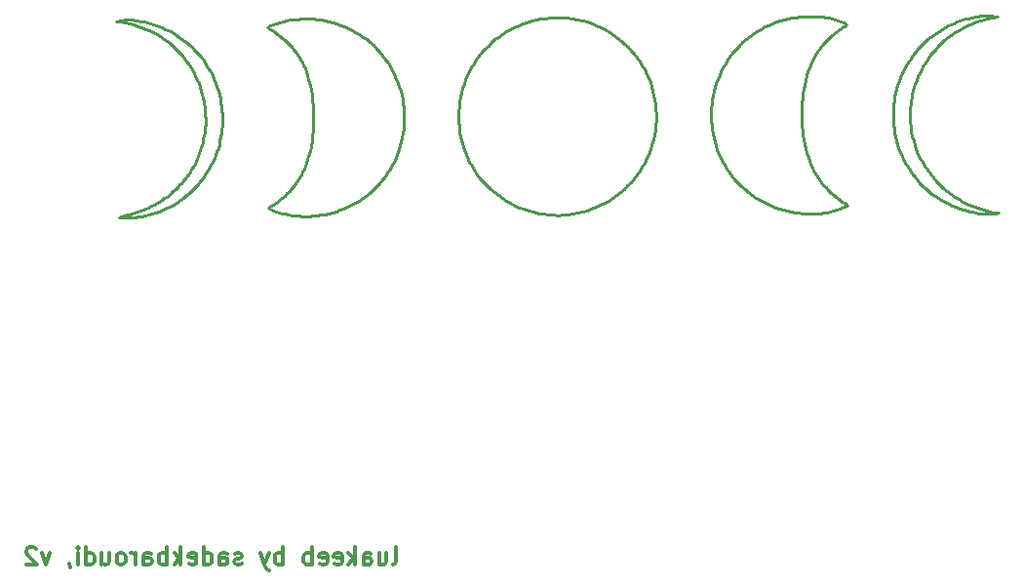
<source format=gbr>
%TF.GenerationSoftware,KiCad,Pcbnew,(5.1.10)-1*%
%TF.CreationDate,2021-12-10T08:58:01-08:00*%
%TF.ProjectId,5col-bottomplate,35636f6c-2d62-46f7-9474-6f6d706c6174,rev?*%
%TF.SameCoordinates,Original*%
%TF.FileFunction,Legend,Bot*%
%TF.FilePolarity,Positive*%
%FSLAX46Y46*%
G04 Gerber Fmt 4.6, Leading zero omitted, Abs format (unit mm)*
G04 Created by KiCad (PCBNEW (5.1.10)-1) date 2021-12-10 08:58:01*
%MOMM*%
%LPD*%
G01*
G04 APERTURE LIST*
%ADD10C,0.250000*%
%ADD11C,0.300000*%
G04 APERTURE END LIST*
D10*
X130549780Y-73031737D02*
X130746257Y-72776509D01*
X130746257Y-72776509D02*
X130950818Y-72531686D01*
X130950818Y-72531686D02*
X131162863Y-72297206D01*
X131162863Y-72297206D02*
X131381796Y-72073010D01*
X131381796Y-72073010D02*
X131607017Y-71859035D01*
X131607017Y-71859035D02*
X131837928Y-71655222D01*
X131837928Y-71655222D02*
X132073930Y-71461510D01*
X132073930Y-71461510D02*
X132314426Y-71277838D01*
X132314426Y-71277838D02*
X132558817Y-71104147D01*
X132558817Y-71104147D02*
X132806505Y-70940375D01*
X132806505Y-70940375D02*
X133056892Y-70786462D01*
X133056892Y-70786462D02*
X133309378Y-70642348D01*
X133309378Y-70642348D02*
X133563367Y-70507971D01*
X133563367Y-70507971D02*
X133818259Y-70383271D01*
X133818259Y-70383271D02*
X134073456Y-70268188D01*
X134073456Y-70268188D02*
X134328360Y-70162661D01*
X134328360Y-70162661D02*
X134582373Y-70066630D01*
X134582373Y-70066630D02*
X134834896Y-69980034D01*
X134834896Y-69980034D02*
X135085331Y-69902812D01*
X135085331Y-69902812D02*
X135333079Y-69834904D01*
X135333079Y-69834904D02*
X135577543Y-69776249D01*
X135577543Y-69776249D02*
X136054223Y-69686457D01*
X136054223Y-69686457D02*
X136510585Y-69632952D01*
X136510585Y-69632952D02*
X136941842Y-69615249D01*
X136941842Y-69615249D02*
X137343207Y-69632863D01*
X137343207Y-69632863D02*
X137709894Y-69685311D01*
X137709894Y-69685311D02*
X137878738Y-69724446D01*
X69100301Y-78349862D02*
X69084006Y-78072188D01*
X69084006Y-78072188D02*
X69066523Y-77795345D01*
X69066523Y-77795345D02*
X69042869Y-77520163D01*
X69042869Y-77520163D02*
X69008058Y-77247474D01*
X69008058Y-77247474D02*
X68981238Y-77093091D01*
X124755405Y-70346216D02*
X124755405Y-70346216D01*
X67764155Y-83178508D02*
X67914727Y-82948987D01*
X67914727Y-82948987D02*
X68053904Y-82711869D01*
X68053904Y-82711869D02*
X68181688Y-82467156D01*
X68181688Y-82467156D02*
X68298076Y-82214845D01*
X68298076Y-82214845D02*
X68359468Y-82067258D01*
X61572905Y-87147258D02*
X61808775Y-87019379D01*
X61808775Y-87019379D02*
X62059958Y-86946811D01*
X62059958Y-86946811D02*
X62318975Y-86901306D01*
X62318975Y-86901306D02*
X62578347Y-86854614D01*
X62578347Y-86854614D02*
X62723843Y-86816529D01*
X62723843Y-86816529D02*
X62985775Y-86734025D01*
X62985775Y-86734025D02*
X63249014Y-86654607D01*
X63249014Y-86654607D02*
X63511065Y-86569966D01*
X63511065Y-86569966D02*
X63769438Y-86471795D01*
X63769438Y-86471795D02*
X63914468Y-86406425D01*
X121434884Y-81934966D02*
X121537778Y-82235590D01*
X121537778Y-82235590D02*
X121652803Y-82527358D01*
X121652803Y-82527358D02*
X121779688Y-82810407D01*
X121779688Y-82810407D02*
X121918162Y-83084870D01*
X121918162Y-83084870D02*
X122067952Y-83350884D01*
X122067952Y-83350884D02*
X122228789Y-83608585D01*
X122228789Y-83608585D02*
X122400400Y-83858108D01*
X122400400Y-83858108D02*
X122582514Y-84099589D01*
X122582514Y-84099589D02*
X122774860Y-84333163D01*
X122774860Y-84333163D02*
X122977167Y-84558966D01*
X122977167Y-84558966D02*
X123189163Y-84777134D01*
X123189163Y-84777134D02*
X123410577Y-84987803D01*
X123410577Y-84987803D02*
X123641138Y-85191108D01*
X123641138Y-85191108D02*
X123880574Y-85387185D01*
X123880574Y-85387185D02*
X124128614Y-85576168D01*
X124128614Y-85576168D02*
X124384988Y-85758196D01*
X74590405Y-86313821D02*
X74810707Y-86162556D01*
X74810707Y-86162556D02*
X75021276Y-86018531D01*
X75021276Y-86018531D02*
X75252141Y-85857469D01*
X75252141Y-85857469D02*
X75474944Y-85694236D01*
X75474944Y-85694236D02*
X75529676Y-85652362D01*
X69087072Y-83429862D02*
X68879484Y-83719750D01*
X68879484Y-83719750D02*
X68663506Y-83999000D01*
X68663506Y-83999000D02*
X68439117Y-84267514D01*
X68439117Y-84267514D02*
X68206298Y-84525195D01*
X68206298Y-84525195D02*
X67965031Y-84771947D01*
X67965031Y-84771947D02*
X67715295Y-85007672D01*
X67715295Y-85007672D02*
X67457071Y-85232274D01*
X67457071Y-85232274D02*
X67190340Y-85445656D01*
X67190340Y-85445656D02*
X66915082Y-85647720D01*
X66915082Y-85647720D02*
X66631278Y-85838371D01*
X66631278Y-85838371D02*
X66338909Y-86017511D01*
X66338909Y-86017511D02*
X66037955Y-86185042D01*
X66037955Y-86185042D02*
X65728397Y-86340869D01*
X65728397Y-86340869D02*
X65410216Y-86484895D01*
X65410216Y-86484895D02*
X65083391Y-86617022D01*
X65083391Y-86617022D02*
X64747905Y-86737154D01*
X124517280Y-70584341D02*
X124167491Y-70804592D01*
X124167491Y-70804592D02*
X123837295Y-71038525D01*
X123837295Y-71038525D02*
X123526439Y-71285868D01*
X123526439Y-71285868D02*
X123234670Y-71546349D01*
X123234670Y-71546349D02*
X122961738Y-71819698D01*
X122961738Y-71819698D02*
X122707390Y-72105644D01*
X122707390Y-72105644D02*
X122471374Y-72403914D01*
X122471374Y-72403914D02*
X122253438Y-72714237D01*
X122253438Y-72714237D02*
X122053331Y-73036343D01*
X122053331Y-73036343D02*
X121870800Y-73369959D01*
X121870800Y-73369959D02*
X121705594Y-73714816D01*
X121705594Y-73714816D02*
X121557460Y-74070640D01*
X121557460Y-74070640D02*
X121426147Y-74437162D01*
X121426147Y-74437162D02*
X121311403Y-74814109D01*
X121311403Y-74814109D02*
X121212975Y-75201211D01*
X121212975Y-75201211D02*
X121130613Y-75598196D01*
X108218947Y-77728091D02*
X108239012Y-78190226D01*
X108239012Y-78190226D02*
X108235141Y-78646122D01*
X108235141Y-78646122D02*
X108207966Y-79095275D01*
X108207966Y-79095275D02*
X108158123Y-79537179D01*
X108158123Y-79537179D02*
X108086247Y-79971332D01*
X108086247Y-79971332D02*
X107992972Y-80397230D01*
X107992972Y-80397230D02*
X107878932Y-80814369D01*
X107878932Y-80814369D02*
X107744763Y-81222244D01*
X107744763Y-81222244D02*
X107591100Y-81620353D01*
X107591100Y-81620353D02*
X107418575Y-82008191D01*
X107418575Y-82008191D02*
X107227826Y-82385255D01*
X107227826Y-82385255D02*
X107019485Y-82751040D01*
X107019485Y-82751040D02*
X106794188Y-83105043D01*
X106794188Y-83105043D02*
X106552569Y-83446760D01*
X106552569Y-83446760D02*
X106295263Y-83775687D01*
X106295263Y-83775687D02*
X106022905Y-84091320D01*
X106022905Y-84091320D02*
X105736129Y-84393156D01*
X105736129Y-84393156D02*
X105435570Y-84680690D01*
X105435570Y-84680690D02*
X105121862Y-84953419D01*
X105121862Y-84953419D02*
X104795641Y-85210838D01*
X104795641Y-85210838D02*
X104457541Y-85452445D01*
X104457541Y-85452445D02*
X104108196Y-85677735D01*
X104108196Y-85677735D02*
X103748241Y-85886204D01*
X103748241Y-85886204D02*
X103378312Y-86077349D01*
X103378312Y-86077349D02*
X102999041Y-86250665D01*
X102999041Y-86250665D02*
X102611065Y-86405649D01*
X102611065Y-86405649D02*
X102215018Y-86541797D01*
X102215018Y-86541797D02*
X101811534Y-86658605D01*
X101811534Y-86658605D02*
X101401248Y-86755569D01*
X101401248Y-86755569D02*
X100984795Y-86832186D01*
X100984795Y-86832186D02*
X100562809Y-86887951D01*
X100562809Y-86887951D02*
X100135926Y-86922362D01*
X84499051Y-73084654D02*
X84738737Y-73401017D01*
X84738737Y-73401017D02*
X84961745Y-73724673D01*
X84961745Y-73724673D02*
X85168141Y-74055081D01*
X85168141Y-74055081D02*
X85357990Y-74391706D01*
X85357990Y-74391706D02*
X85531358Y-74734008D01*
X85531358Y-74734008D02*
X85688309Y-75081450D01*
X85688309Y-75081450D02*
X85828910Y-75433495D01*
X85828910Y-75433495D02*
X85953225Y-75789605D01*
X85953225Y-75789605D02*
X86061321Y-76149241D01*
X86061321Y-76149241D02*
X86153261Y-76511867D01*
X86153261Y-76511867D02*
X86229113Y-76876944D01*
X86229113Y-76876944D02*
X86288941Y-77243935D01*
X86288941Y-77243935D02*
X86332811Y-77612301D01*
X86332811Y-77612301D02*
X86360788Y-77981506D01*
X86360788Y-77981506D02*
X86372937Y-78351011D01*
X86372937Y-78351011D02*
X86369324Y-78720279D01*
X86369324Y-78720279D02*
X86350014Y-79088771D01*
X86350014Y-79088771D02*
X86315073Y-79455951D01*
X86315073Y-79455951D02*
X86264566Y-79821280D01*
X86264566Y-79821280D02*
X86198559Y-80184220D01*
X86198559Y-80184220D02*
X86117117Y-80544234D01*
X86117117Y-80544234D02*
X86020304Y-80900785D01*
X86020304Y-80900785D02*
X85908188Y-81253334D01*
X85908188Y-81253334D02*
X85780833Y-81601343D01*
X85780833Y-81601343D02*
X85638304Y-81944275D01*
X85638304Y-81944275D02*
X85480667Y-82281592D01*
X85480667Y-82281592D02*
X85307987Y-82612756D01*
X85307987Y-82612756D02*
X85120330Y-82937230D01*
X85120330Y-82937230D02*
X84917761Y-83254476D01*
X84917761Y-83254476D02*
X84700346Y-83563955D01*
X84700346Y-83563955D02*
X84468150Y-83865131D01*
X84468150Y-83865131D02*
X84221238Y-84157466D01*
X64747905Y-86737154D02*
X64456992Y-86829270D01*
X64456992Y-86829270D02*
X64164684Y-86911794D01*
X64164684Y-86911794D02*
X63870981Y-86984202D01*
X63870981Y-86984202D02*
X63575883Y-87045972D01*
X63575883Y-87045972D02*
X63279390Y-87096579D01*
X63279390Y-87096579D02*
X62981501Y-87135501D01*
X62981501Y-87135501D02*
X62682217Y-87162214D01*
X62682217Y-87162214D02*
X62381537Y-87176196D01*
X62381537Y-87176196D02*
X62079463Y-87176923D01*
X62079463Y-87176923D02*
X61775993Y-87163871D01*
X61775993Y-87163871D02*
X61572905Y-87147258D01*
X84221238Y-84157466D02*
X83941375Y-84459177D01*
X83941375Y-84459177D02*
X83652932Y-84741968D01*
X83652932Y-84741968D02*
X83356632Y-85006218D01*
X83356632Y-85006218D02*
X83053195Y-85252308D01*
X83053195Y-85252308D02*
X82743344Y-85480618D01*
X82743344Y-85480618D02*
X82427800Y-85691529D01*
X82427800Y-85691529D02*
X82107286Y-85885420D01*
X82107286Y-85885420D02*
X81782523Y-86062672D01*
X81782523Y-86062672D02*
X81454233Y-86223666D01*
X81454233Y-86223666D02*
X81123139Y-86368781D01*
X81123139Y-86368781D02*
X80789960Y-86498398D01*
X80789960Y-86498398D02*
X80455421Y-86612897D01*
X80455421Y-86612897D02*
X80120242Y-86712659D01*
X80120242Y-86712659D02*
X79785145Y-86798064D01*
X79785145Y-86798064D02*
X79450853Y-86869492D01*
X79450853Y-86869492D02*
X79118087Y-86927323D01*
X79118087Y-86927323D02*
X78787568Y-86971938D01*
X78787568Y-86971938D02*
X78460019Y-87003717D01*
X78460019Y-87003717D02*
X78136162Y-87023040D01*
X78136162Y-87023040D02*
X77816719Y-87030288D01*
X77816719Y-87030288D02*
X77502411Y-87025841D01*
X77502411Y-87025841D02*
X77193960Y-87010080D01*
X77193960Y-87010080D02*
X76892088Y-86983383D01*
X76892088Y-86983383D02*
X76597517Y-86946133D01*
X76597517Y-86946133D02*
X76310969Y-86898709D01*
X76310969Y-86898709D02*
X76033165Y-86841492D01*
X76033165Y-86841492D02*
X75764828Y-86774861D01*
X75764828Y-86774861D02*
X75506679Y-86699197D01*
X75506679Y-86699197D02*
X75259441Y-86614881D01*
X75259441Y-86614881D02*
X75023834Y-86522293D01*
X75023834Y-86522293D02*
X74590405Y-86313821D01*
X68796030Y-80889862D02*
X68868744Y-80610427D01*
X68868744Y-80610427D02*
X68931726Y-80328856D01*
X68931726Y-80328856D02*
X68986636Y-80046810D01*
X68986636Y-80046810D02*
X69035136Y-79765951D01*
X69035136Y-79765951D02*
X69060613Y-79606633D01*
X61387697Y-70094862D02*
X61784665Y-70026297D01*
X61784665Y-70026297D02*
X62208861Y-69994067D01*
X62208861Y-69994067D02*
X62656194Y-69997920D01*
X62656194Y-69997920D02*
X63122577Y-70037604D01*
X63122577Y-70037604D02*
X63603921Y-70112867D01*
X63603921Y-70112867D02*
X63848925Y-70163763D01*
X63848925Y-70163763D02*
X64096135Y-70223458D01*
X64096135Y-70223458D02*
X64345042Y-70291923D01*
X64345042Y-70291923D02*
X64595133Y-70369124D01*
X64595133Y-70369124D02*
X64845897Y-70455032D01*
X64845897Y-70455032D02*
X65096824Y-70549614D01*
X65096824Y-70549614D02*
X65347402Y-70652839D01*
X65347402Y-70652839D02*
X65597119Y-70764675D01*
X65597119Y-70764675D02*
X65845466Y-70885092D01*
X65845466Y-70885092D02*
X66091931Y-71014056D01*
X66091931Y-71014056D02*
X66336002Y-71151538D01*
X66336002Y-71151538D02*
X66577169Y-71297505D01*
X66577169Y-71297505D02*
X66814921Y-71451926D01*
X66814921Y-71451926D02*
X67048746Y-71614769D01*
X67048746Y-71614769D02*
X67278133Y-71786003D01*
X67278133Y-71786003D02*
X67502572Y-71965597D01*
X67502572Y-71965597D02*
X67721550Y-72153519D01*
X67721550Y-72153519D02*
X67934558Y-72349737D01*
X67934558Y-72349737D02*
X68141083Y-72554221D01*
X68141083Y-72554221D02*
X68340615Y-72766937D01*
X68340615Y-72766937D02*
X68532642Y-72987856D01*
X68532642Y-72987856D02*
X68716655Y-73216946D01*
X130695301Y-83615071D02*
X130472722Y-83325004D01*
X130472722Y-83325004D02*
X130263896Y-83028075D01*
X130263896Y-83028075D02*
X130068853Y-82724707D01*
X130068853Y-82724707D02*
X129887624Y-82415324D01*
X129887624Y-82415324D02*
X129720241Y-82100351D01*
X129720241Y-82100351D02*
X129566736Y-81780211D01*
X129566736Y-81780211D02*
X129427139Y-81455328D01*
X129427139Y-81455328D02*
X129301484Y-81126127D01*
X129301484Y-81126127D02*
X129189800Y-80793030D01*
X129189800Y-80793030D02*
X129092120Y-80456461D01*
X129092120Y-80456461D02*
X129008475Y-80116846D01*
X129008475Y-80116846D02*
X128938896Y-79774607D01*
X128938896Y-79774607D02*
X128883415Y-79430169D01*
X128883415Y-79430169D02*
X128842064Y-79083955D01*
X128842064Y-79083955D02*
X128814874Y-78736389D01*
X128814874Y-78736389D02*
X128801876Y-78387896D01*
X128801876Y-78387896D02*
X128803102Y-78038898D01*
X128803102Y-78038898D02*
X128818584Y-77689821D01*
X128818584Y-77689821D02*
X128848352Y-77341088D01*
X128848352Y-77341088D02*
X128892439Y-76993123D01*
X128892439Y-76993123D02*
X128950876Y-76646349D01*
X128950876Y-76646349D02*
X129023694Y-76301192D01*
X129023694Y-76301192D02*
X129110925Y-75958073D01*
X129110925Y-75958073D02*
X129212600Y-75617419D01*
X129212600Y-75617419D02*
X129328752Y-75279651D01*
X129328752Y-75279651D02*
X129459410Y-74945195D01*
X129459410Y-74945195D02*
X129604608Y-74614475D01*
X129604608Y-74614475D02*
X129764375Y-74287913D01*
X129764375Y-74287913D02*
X129938745Y-73965935D01*
X129938745Y-73965935D02*
X130127748Y-73648963D01*
X130127748Y-73648963D02*
X130331416Y-73337422D01*
X130331416Y-73337422D02*
X130549780Y-73031737D01*
X69060613Y-79606633D02*
X69094941Y-79330442D01*
X69094941Y-79330442D02*
X69112770Y-79056389D01*
X69112770Y-79056389D02*
X69116594Y-78782809D01*
X69116594Y-78782809D02*
X69108905Y-78508043D01*
X69108905Y-78508043D02*
X69100301Y-78349862D01*
X63914468Y-86406425D02*
X64174640Y-86277545D01*
X64174640Y-86277545D02*
X64433150Y-86149140D01*
X64433150Y-86149140D02*
X64688337Y-86017887D01*
X64688337Y-86017887D02*
X64938539Y-85880461D01*
X64938539Y-85880461D02*
X65078634Y-85797883D01*
X124384988Y-85758196D02*
X124608157Y-85891218D01*
X124608157Y-85891218D02*
X124802986Y-86068932D01*
X124802986Y-86068932D02*
X124821551Y-86102154D01*
X75529676Y-85652362D02*
X75767490Y-85465099D01*
X75767490Y-85465099D02*
X75994763Y-85270473D01*
X75994763Y-85270473D02*
X76211494Y-85068560D01*
X76211494Y-85068560D02*
X76417683Y-84859439D01*
X76417683Y-84859439D02*
X76613330Y-84643186D01*
X76613330Y-84643186D02*
X76798435Y-84419879D01*
X76798435Y-84419879D02*
X76972998Y-84189596D01*
X76972998Y-84189596D02*
X77137019Y-83952414D01*
X77137019Y-83952414D02*
X77290498Y-83708411D01*
X77290498Y-83708411D02*
X77433435Y-83457664D01*
X77433435Y-83457664D02*
X77565830Y-83200251D01*
X77565830Y-83200251D02*
X77687683Y-82936249D01*
X77687683Y-82936249D02*
X77798994Y-82665735D01*
X77798994Y-82665735D02*
X77899763Y-82388789D01*
X77899763Y-82388789D02*
X77989990Y-82105485D01*
X77989990Y-82105485D02*
X78069676Y-81815904D01*
X132309259Y-83694446D02*
X132589984Y-84012905D01*
X132589984Y-84012905D02*
X132881368Y-84313555D01*
X132881368Y-84313555D02*
X133183217Y-84596571D01*
X133183217Y-84596571D02*
X133495336Y-84862126D01*
X133495336Y-84862126D02*
X133817532Y-85110396D01*
X133817532Y-85110396D02*
X134149612Y-85341554D01*
X134149612Y-85341554D02*
X134491380Y-85555776D01*
X134491380Y-85555776D02*
X134842644Y-85753234D01*
X134842644Y-85753234D02*
X135203210Y-85934105D01*
X135203210Y-85934105D02*
X135572884Y-86098562D01*
X135572884Y-86098562D02*
X135951472Y-86246780D01*
X135951472Y-86246780D02*
X136338780Y-86378932D01*
X136338780Y-86378932D02*
X136734615Y-86495195D01*
X136734615Y-86495195D02*
X137138783Y-86595741D01*
X137138783Y-86595741D02*
X137551090Y-86680745D01*
X137551090Y-86680745D02*
X137971343Y-86750383D01*
X130298426Y-77595800D02*
X130280749Y-78024443D01*
X130280749Y-78024443D02*
X130282277Y-78447117D01*
X130282277Y-78447117D02*
X130302989Y-78863745D01*
X130302989Y-78863745D02*
X130342867Y-79274250D01*
X130342867Y-79274250D02*
X130401891Y-79678554D01*
X130401891Y-79678554D02*
X130480042Y-80076578D01*
X130480042Y-80076578D02*
X130577301Y-80468247D01*
X130577301Y-80468247D02*
X130693647Y-80853482D01*
X130693647Y-80853482D02*
X130829062Y-81232206D01*
X130829062Y-81232206D02*
X130983526Y-81604340D01*
X130983526Y-81604340D02*
X131157020Y-81969809D01*
X131157020Y-81969809D02*
X131349524Y-82328534D01*
X131349524Y-82328534D02*
X131561020Y-82680438D01*
X131561020Y-82680438D02*
X131791487Y-83025442D01*
X131791487Y-83025442D02*
X132040906Y-83363471D01*
X132040906Y-83363471D02*
X132309259Y-83694446D01*
X66097280Y-85057050D02*
X66303601Y-84872697D01*
X66303601Y-84872697D02*
X66505294Y-84683716D01*
X66505294Y-84683716D02*
X66701527Y-84489275D01*
X66701527Y-84489275D02*
X66891469Y-84288544D01*
X66891469Y-84288544D02*
X66996863Y-84170696D01*
X66996863Y-84170696D02*
X67175517Y-83958953D01*
X67175517Y-83958953D02*
X67347407Y-83742107D01*
X67347407Y-83742107D02*
X67513361Y-83522650D01*
X67513361Y-83522650D02*
X67674212Y-83303074D01*
X67674212Y-83303074D02*
X67764155Y-83178508D01*
X137971343Y-86750383D02*
X137711907Y-86797342D01*
X137711907Y-86797342D02*
X137454368Y-86827471D01*
X137454368Y-86827471D02*
X137198530Y-86842078D01*
X137198530Y-86842078D02*
X136944196Y-86842470D01*
X136944196Y-86842470D02*
X136691170Y-86829956D01*
X136691170Y-86829956D02*
X136439256Y-86805845D01*
X136439256Y-86805845D02*
X136188257Y-86771443D01*
X136188257Y-86771443D02*
X135937978Y-86728059D01*
X135937978Y-86728059D02*
X135688222Y-86677001D01*
X135688222Y-86677001D02*
X135438794Y-86619577D01*
X135438794Y-86619577D02*
X135272593Y-86578404D01*
X74590405Y-86313821D02*
X74590405Y-86313821D01*
X121130613Y-75598196D02*
X121061360Y-75997538D01*
X121061360Y-75997538D02*
X121002610Y-76396803D01*
X121002610Y-76396803D02*
X120954635Y-76795913D01*
X120954635Y-76795913D02*
X120917706Y-77194790D01*
X120917706Y-77194790D02*
X120892094Y-77593357D01*
X120892094Y-77593357D02*
X120878070Y-77991537D01*
X120878070Y-77991537D02*
X120875906Y-78389252D01*
X120875906Y-78389252D02*
X120885873Y-78786424D01*
X120885873Y-78786424D02*
X120908243Y-79182976D01*
X120908243Y-79182976D02*
X120943286Y-79578830D01*
X120943286Y-79578830D02*
X120991274Y-79973910D01*
X120991274Y-79973910D02*
X121052478Y-80368136D01*
X121052478Y-80368136D02*
X121127170Y-80761433D01*
X121127170Y-80761433D02*
X121215620Y-81153721D01*
X121215620Y-81153721D02*
X121318101Y-81544925D01*
X121318101Y-81544925D02*
X121434884Y-81934966D01*
X74497801Y-70610800D02*
X74750266Y-70491628D01*
X74750266Y-70491628D02*
X75013583Y-70382348D01*
X75013583Y-70382348D02*
X75287055Y-70283236D01*
X75287055Y-70283236D02*
X75569983Y-70194572D01*
X75569983Y-70194572D02*
X75861671Y-70116633D01*
X75861671Y-70116633D02*
X76161420Y-70049700D01*
X76161420Y-70049700D02*
X76468533Y-69994050D01*
X76468533Y-69994050D02*
X76782312Y-69949961D01*
X76782312Y-69949961D02*
X77102060Y-69917713D01*
X77102060Y-69917713D02*
X77427079Y-69897584D01*
X77427079Y-69897584D02*
X77756671Y-69889852D01*
X77756671Y-69889852D02*
X78090139Y-69894796D01*
X78090139Y-69894796D02*
X78426785Y-69912695D01*
X78426785Y-69912695D02*
X78765912Y-69943828D01*
X78765912Y-69943828D02*
X79106821Y-69988472D01*
X79106821Y-69988472D02*
X79448816Y-70046906D01*
X79448816Y-70046906D02*
X79791198Y-70119409D01*
X79791198Y-70119409D02*
X80133270Y-70206260D01*
X80133270Y-70206260D02*
X80474335Y-70307737D01*
X80474335Y-70307737D02*
X80813694Y-70424118D01*
X80813694Y-70424118D02*
X81150650Y-70555683D01*
X81150650Y-70555683D02*
X81484506Y-70702709D01*
X81484506Y-70702709D02*
X81814563Y-70865476D01*
X81814563Y-70865476D02*
X82140125Y-71044261D01*
X82140125Y-71044261D02*
X82460493Y-71239344D01*
X82460493Y-71239344D02*
X82774970Y-71451003D01*
X82774970Y-71451003D02*
X83082858Y-71679517D01*
X83082858Y-71679517D02*
X83383460Y-71925163D01*
X83383460Y-71925163D02*
X83676077Y-72188222D01*
X83676077Y-72188222D02*
X83960014Y-72468971D01*
X83960014Y-72468971D02*
X84234571Y-72767688D01*
X84234571Y-72767688D02*
X84499051Y-73084654D01*
X100135926Y-86922362D02*
X99701390Y-86935690D01*
X99701390Y-86935690D02*
X99268943Y-86926363D01*
X99268943Y-86926363D02*
X98839355Y-86894823D01*
X98839355Y-86894823D02*
X98413395Y-86841514D01*
X98413395Y-86841514D02*
X97991834Y-86766878D01*
X97991834Y-86766878D02*
X97575442Y-86671360D01*
X97575442Y-86671360D02*
X97164990Y-86555401D01*
X97164990Y-86555401D02*
X96761248Y-86419447D01*
X96761248Y-86419447D02*
X96364985Y-86263939D01*
X96364985Y-86263939D02*
X95976974Y-86089322D01*
X95976974Y-86089322D02*
X95597983Y-85896038D01*
X95597983Y-85896038D02*
X95228783Y-85684530D01*
X95228783Y-85684530D02*
X94870145Y-85455243D01*
X94870145Y-85455243D02*
X94522838Y-85208620D01*
X94522838Y-85208620D02*
X94187633Y-84945102D01*
X94187633Y-84945102D02*
X93865300Y-84665135D01*
X93865300Y-84665135D02*
X93556610Y-84369161D01*
X93556610Y-84369161D02*
X93262333Y-84057624D01*
X93262333Y-84057624D02*
X92983239Y-83730966D01*
X92983239Y-83730966D02*
X92720099Y-83389632D01*
X92720099Y-83389632D02*
X92473682Y-83034064D01*
X92473682Y-83034064D02*
X92244760Y-82664705D01*
X92244760Y-82664705D02*
X92034102Y-82281999D01*
X92034102Y-82281999D02*
X91842478Y-81886390D01*
X91842478Y-81886390D02*
X91670660Y-81478320D01*
X91670660Y-81478320D02*
X91519417Y-81058233D01*
X91519417Y-81058233D02*
X91389519Y-80626572D01*
X91389519Y-80626572D02*
X91281737Y-80183781D01*
X91281737Y-80183781D02*
X91196842Y-79730302D01*
X91196842Y-79730302D02*
X91135603Y-79266579D01*
X91135603Y-79266579D02*
X91098791Y-78793056D01*
X91098791Y-78793056D02*
X91087176Y-78310175D01*
X137878738Y-69724446D02*
X137878738Y-69724446D01*
X68981238Y-77093091D02*
X68912071Y-76764949D01*
X68912071Y-76764949D02*
X68831137Y-76440550D01*
X68831137Y-76440550D02*
X68738527Y-76120225D01*
X68738527Y-76120225D02*
X68634334Y-75804306D01*
X68634334Y-75804306D02*
X68518649Y-75493126D01*
X68518649Y-75493126D02*
X68391564Y-75187015D01*
X68391564Y-75187015D02*
X68253173Y-74886306D01*
X68253173Y-74886306D02*
X68103565Y-74591331D01*
X68103565Y-74591331D02*
X67942835Y-74302422D01*
X67942835Y-74302422D02*
X67771073Y-74019909D01*
X67771073Y-74019909D02*
X67588371Y-73744126D01*
X67588371Y-73744126D02*
X67394823Y-73475405D01*
X67394823Y-73475405D02*
X67190520Y-73214076D01*
X67190520Y-73214076D02*
X66975553Y-72960472D01*
X66975553Y-72960472D02*
X66750015Y-72714924D01*
X66750015Y-72714924D02*
X66513998Y-72477765D01*
X66513998Y-72477765D02*
X66267595Y-72249327D01*
X66267595Y-72249327D02*
X66010896Y-72029941D01*
X66010896Y-72029941D02*
X65743995Y-71819938D01*
X65743995Y-71819938D02*
X65466982Y-71619652D01*
X65466982Y-71619652D02*
X65179951Y-71429414D01*
X65179951Y-71429414D02*
X64882993Y-71249555D01*
X64882993Y-71249555D02*
X64576201Y-71080408D01*
X64576201Y-71080408D02*
X64259666Y-70922305D01*
X64259666Y-70922305D02*
X63933480Y-70775576D01*
X63933480Y-70775576D02*
X63597736Y-70640555D01*
X63597736Y-70640555D02*
X63252525Y-70517573D01*
X63252525Y-70517573D02*
X62897940Y-70406961D01*
X62897940Y-70406961D02*
X62534073Y-70309053D01*
X62534073Y-70309053D02*
X62161015Y-70224179D01*
X62161015Y-70224179D02*
X61778859Y-70152671D01*
X61778859Y-70152671D02*
X61387697Y-70094862D01*
X68359468Y-82067258D02*
X68463232Y-81813729D01*
X68463232Y-81813729D02*
X68564503Y-81557234D01*
X68564503Y-81557234D02*
X68660790Y-81298601D01*
X68660790Y-81298601D02*
X68749598Y-81038664D01*
X68749598Y-81038664D02*
X68796030Y-80889862D01*
X65078634Y-85797883D02*
X65311000Y-85648118D01*
X65311000Y-85648118D02*
X65538738Y-85492895D01*
X65538738Y-85492895D02*
X65761016Y-85330549D01*
X65761016Y-85330549D02*
X65977003Y-85159420D01*
X65977003Y-85159420D02*
X66097280Y-85057050D01*
X68716655Y-73216946D02*
X68944421Y-73523371D01*
X68944421Y-73523371D02*
X69156544Y-73834663D01*
X69156544Y-73834663D02*
X69353193Y-74150417D01*
X69353193Y-74150417D02*
X69534537Y-74470228D01*
X69534537Y-74470228D02*
X69700747Y-74793692D01*
X69700747Y-74793692D02*
X69851992Y-75120405D01*
X69851992Y-75120405D02*
X69988441Y-75449961D01*
X69988441Y-75449961D02*
X70110265Y-75781957D01*
X70110265Y-75781957D02*
X70217631Y-76115987D01*
X70217631Y-76115987D02*
X70310711Y-76451648D01*
X70310711Y-76451648D02*
X70389673Y-76788534D01*
X70389673Y-76788534D02*
X70454688Y-77126241D01*
X70454688Y-77126241D02*
X70505924Y-77464366D01*
X70505924Y-77464366D02*
X70543552Y-77802502D01*
X70543552Y-77802502D02*
X70567741Y-78140246D01*
X70567741Y-78140246D02*
X70578660Y-78477193D01*
X70578660Y-78477193D02*
X70576479Y-78812938D01*
X70576479Y-78812938D02*
X70561368Y-79147077D01*
X70561368Y-79147077D02*
X70533495Y-79479206D01*
X70533495Y-79479206D02*
X70493032Y-79808920D01*
X70493032Y-79808920D02*
X70440147Y-80135814D01*
X70440147Y-80135814D02*
X70375009Y-80459484D01*
X70375009Y-80459484D02*
X70297789Y-80779526D01*
X70297789Y-80779526D02*
X70208657Y-81095534D01*
X70208657Y-81095534D02*
X70107780Y-81407104D01*
X70107780Y-81407104D02*
X69995330Y-81713833D01*
X69995330Y-81713833D02*
X69871475Y-82015314D01*
X69871475Y-82015314D02*
X69736386Y-82311144D01*
X69736386Y-82311144D02*
X69590231Y-82600919D01*
X69590231Y-82600919D02*
X69433181Y-82884233D01*
X69433181Y-82884233D02*
X69265404Y-83160682D01*
X69265404Y-83160682D02*
X69087072Y-83429862D01*
X114886447Y-72846529D02*
X115167818Y-72519388D01*
X115167818Y-72519388D02*
X115458298Y-72212381D01*
X115458298Y-72212381D02*
X115757149Y-71925102D01*
X115757149Y-71925102D02*
X116063635Y-71657144D01*
X116063635Y-71657144D02*
X116377020Y-71408099D01*
X116377020Y-71408099D02*
X116696568Y-71177561D01*
X116696568Y-71177561D02*
X117021542Y-70965122D01*
X117021542Y-70965122D02*
X117351205Y-70770376D01*
X117351205Y-70770376D02*
X117684822Y-70592916D01*
X117684822Y-70592916D02*
X118021655Y-70432335D01*
X118021655Y-70432335D02*
X118360969Y-70288225D01*
X118360969Y-70288225D02*
X118702027Y-70160181D01*
X118702027Y-70160181D02*
X119044093Y-70047794D01*
X119044093Y-70047794D02*
X119386430Y-69950659D01*
X119386430Y-69950659D02*
X119728301Y-69868367D01*
X119728301Y-69868367D02*
X120068972Y-69800513D01*
X120068972Y-69800513D02*
X120407704Y-69746688D01*
X120407704Y-69746688D02*
X120743763Y-69706487D01*
X120743763Y-69706487D02*
X121076410Y-69679503D01*
X121076410Y-69679503D02*
X121404911Y-69665327D01*
X121404911Y-69665327D02*
X121728528Y-69663554D01*
X121728528Y-69663554D02*
X122046526Y-69673776D01*
X122046526Y-69673776D02*
X122358167Y-69695587D01*
X122358167Y-69695587D02*
X122662716Y-69728579D01*
X122662716Y-69728579D02*
X122959435Y-69772346D01*
X122959435Y-69772346D02*
X123247589Y-69826480D01*
X123247589Y-69826480D02*
X123526442Y-69890575D01*
X123526442Y-69890575D02*
X123795256Y-69964223D01*
X123795256Y-69964223D02*
X124053296Y-70047019D01*
X124053296Y-70047019D02*
X124299825Y-70138554D01*
X124299825Y-70138554D02*
X124534107Y-70238422D01*
X124534107Y-70238422D02*
X124755405Y-70346216D01*
X115058426Y-83826737D02*
X114817900Y-83536470D01*
X114817900Y-83536470D02*
X114592424Y-83236592D01*
X114592424Y-83236592D02*
X114382010Y-82927722D01*
X114382010Y-82927722D02*
X114186670Y-82610480D01*
X114186670Y-82610480D02*
X114006417Y-82285487D01*
X114006417Y-82285487D02*
X113841262Y-81953363D01*
X113841262Y-81953363D02*
X113691217Y-81614727D01*
X113691217Y-81614727D02*
X113556295Y-81270200D01*
X113556295Y-81270200D02*
X113436508Y-80920403D01*
X113436508Y-80920403D02*
X113331868Y-80565954D01*
X113331868Y-80565954D02*
X113242386Y-80207475D01*
X113242386Y-80207475D02*
X113168076Y-79845584D01*
X113168076Y-79845584D02*
X113108949Y-79480904D01*
X113108949Y-79480904D02*
X113065017Y-79114053D01*
X113065017Y-79114053D02*
X113036293Y-78745652D01*
X113036293Y-78745652D02*
X113022788Y-78376320D01*
X113022788Y-78376320D02*
X113024514Y-78006679D01*
X113024514Y-78006679D02*
X113041485Y-77637347D01*
X113041485Y-77637347D02*
X113073711Y-77268946D01*
X113073711Y-77268946D02*
X113121206Y-76902095D01*
X113121206Y-76902095D02*
X113183980Y-76537414D01*
X113183980Y-76537414D02*
X113262046Y-76175524D01*
X113262046Y-76175524D02*
X113355417Y-75817045D01*
X113355417Y-75817045D02*
X113464104Y-75462596D01*
X113464104Y-75462596D02*
X113588120Y-75112799D01*
X113588120Y-75112799D02*
X113727477Y-74768272D01*
X113727477Y-74768272D02*
X113882186Y-74429636D01*
X113882186Y-74429636D02*
X114052260Y-74097512D01*
X114052260Y-74097512D02*
X114237711Y-73772519D01*
X114237711Y-73772519D02*
X114438551Y-73455277D01*
X114438551Y-73455277D02*
X114654792Y-73146407D01*
X114654792Y-73146407D02*
X114886447Y-72846529D01*
X124755405Y-70346216D02*
X124585902Y-70543485D01*
X124585902Y-70543485D02*
X124517280Y-70584341D01*
X91087176Y-78310175D02*
X91087176Y-78310175D01*
X99051134Y-69803821D02*
X99536397Y-69784351D01*
X99536397Y-69784351D02*
X100012180Y-69789913D01*
X100012180Y-69789913D02*
X100478147Y-69819728D01*
X100478147Y-69819728D02*
X100933964Y-69873015D01*
X100933964Y-69873015D02*
X101379298Y-69948995D01*
X101379298Y-69948995D02*
X101813814Y-70046887D01*
X101813814Y-70046887D02*
X102237177Y-70165911D01*
X102237177Y-70165911D02*
X102649054Y-70305288D01*
X102649054Y-70305288D02*
X103049109Y-70464238D01*
X103049109Y-70464238D02*
X103437009Y-70641979D01*
X103437009Y-70641979D02*
X103812420Y-70837734D01*
X103812420Y-70837734D02*
X104175007Y-71050721D01*
X104175007Y-71050721D02*
X104524436Y-71280160D01*
X104524436Y-71280160D02*
X104860372Y-71525272D01*
X104860372Y-71525272D02*
X105182482Y-71785276D01*
X105182482Y-71785276D02*
X105490431Y-72059393D01*
X105490431Y-72059393D02*
X105783884Y-72346842D01*
X105783884Y-72346842D02*
X106062508Y-72646844D01*
X106062508Y-72646844D02*
X106325968Y-72958618D01*
X106325968Y-72958618D02*
X106573930Y-73281385D01*
X106573930Y-73281385D02*
X106806060Y-73614365D01*
X106806060Y-73614365D02*
X107022023Y-73956777D01*
X107022023Y-73956777D02*
X107221485Y-74307841D01*
X107221485Y-74307841D02*
X107404112Y-74666779D01*
X107404112Y-74666779D02*
X107569570Y-75032809D01*
X107569570Y-75032809D02*
X107717523Y-75405151D01*
X107717523Y-75405151D02*
X107847639Y-75783026D01*
X107847639Y-75783026D02*
X107959582Y-76165654D01*
X107959582Y-76165654D02*
X108053019Y-76552254D01*
X108053019Y-76552254D02*
X108127615Y-76942047D01*
X108127615Y-76942047D02*
X108183035Y-77334252D01*
X108183035Y-77334252D02*
X108218947Y-77728091D01*
X77937384Y-74751529D02*
X77845622Y-74479604D01*
X77845622Y-74479604D02*
X77744036Y-74214481D01*
X77744036Y-74214481D02*
X77632722Y-73956141D01*
X77632722Y-73956141D02*
X77511776Y-73704564D01*
X77511776Y-73704564D02*
X77381297Y-73459731D01*
X77381297Y-73459731D02*
X77241379Y-73221622D01*
X77241379Y-73221622D02*
X77092122Y-72990218D01*
X77092122Y-72990218D02*
X76933621Y-72765500D01*
X76933621Y-72765500D02*
X76765973Y-72547448D01*
X76765973Y-72547448D02*
X76589275Y-72336043D01*
X76589275Y-72336043D02*
X76403624Y-72131265D01*
X76403624Y-72131265D02*
X76209117Y-71933096D01*
X76209117Y-71933096D02*
X76005851Y-71741515D01*
X76005851Y-71741515D02*
X75793923Y-71556504D01*
X75793923Y-71556504D02*
X75573430Y-71378042D01*
X75573430Y-71378042D02*
X75344468Y-71206112D01*
X75344468Y-71206112D02*
X75141482Y-71059144D01*
X75141482Y-71059144D02*
X74931056Y-70913416D01*
X74931056Y-70913416D02*
X74715668Y-70765208D01*
X74715668Y-70765208D02*
X74497801Y-70610800D01*
X61387697Y-70094862D02*
X61387697Y-70094862D01*
X137878738Y-69724446D02*
X137402458Y-69807137D01*
X137402458Y-69807137D02*
X136943368Y-69908333D01*
X136943368Y-69908333D02*
X136501293Y-70027236D01*
X136501293Y-70027236D02*
X136076057Y-70163049D01*
X136076057Y-70163049D02*
X135667487Y-70314976D01*
X135667487Y-70314976D02*
X135275408Y-70482219D01*
X135275408Y-70482219D02*
X134899646Y-70663981D01*
X134899646Y-70663981D02*
X134540027Y-70859466D01*
X134540027Y-70859466D02*
X134196375Y-71067877D01*
X134196375Y-71067877D02*
X133868517Y-71288416D01*
X133868517Y-71288416D02*
X133556279Y-71520287D01*
X133556279Y-71520287D02*
X133259485Y-71762693D01*
X133259485Y-71762693D02*
X132977961Y-72014836D01*
X132977961Y-72014836D02*
X132711534Y-72275920D01*
X132711534Y-72275920D02*
X132460028Y-72545149D01*
X132460028Y-72545149D02*
X132223269Y-72821724D01*
X132223269Y-72821724D02*
X132001083Y-73104849D01*
X132001083Y-73104849D02*
X131793295Y-73393727D01*
X131793295Y-73393727D02*
X131599731Y-73687561D01*
X131599731Y-73687561D02*
X131420217Y-73985555D01*
X131420217Y-73985555D02*
X131254578Y-74286910D01*
X131254578Y-74286910D02*
X131102640Y-74590831D01*
X131102640Y-74590831D02*
X130964228Y-74896520D01*
X130964228Y-74896520D02*
X130839167Y-75203181D01*
X130839167Y-75203181D02*
X130727285Y-75510015D01*
X130727285Y-75510015D02*
X130628405Y-75816228D01*
X130628405Y-75816228D02*
X130542354Y-76121021D01*
X130542354Y-76121021D02*
X130468958Y-76423597D01*
X130468958Y-76423597D02*
X130408041Y-76723160D01*
X130408041Y-76723160D02*
X130359429Y-77018913D01*
X130359429Y-77018913D02*
X130322949Y-77310058D01*
X130322949Y-77310058D02*
X130298426Y-77595800D01*
X124821551Y-86102154D02*
X124381258Y-86308998D01*
X124381258Y-86308998D02*
X124142606Y-86401325D01*
X124142606Y-86401325D02*
X123892537Y-86485670D01*
X123892537Y-86485670D02*
X123631743Y-86561595D01*
X123631743Y-86561595D02*
X123360913Y-86628662D01*
X123360913Y-86628662D02*
X123080737Y-86686432D01*
X123080737Y-86686432D02*
X122791907Y-86734466D01*
X122791907Y-86734466D02*
X122495112Y-86772327D01*
X122495112Y-86772327D02*
X122191042Y-86799575D01*
X122191042Y-86799575D02*
X121880389Y-86815773D01*
X121880389Y-86815773D02*
X121563842Y-86820482D01*
X121563842Y-86820482D02*
X121242092Y-86813263D01*
X121242092Y-86813263D02*
X120915829Y-86793678D01*
X120915829Y-86793678D02*
X120585744Y-86761288D01*
X120585744Y-86761288D02*
X120252527Y-86715656D01*
X120252527Y-86715656D02*
X119916868Y-86656342D01*
X119916868Y-86656342D02*
X119579457Y-86582909D01*
X119579457Y-86582909D02*
X119240986Y-86494917D01*
X119240986Y-86494917D02*
X118902144Y-86391929D01*
X118902144Y-86391929D02*
X118563622Y-86273505D01*
X118563622Y-86273505D02*
X118226110Y-86139209D01*
X118226110Y-86139209D02*
X117890298Y-85988600D01*
X117890298Y-85988600D02*
X117556877Y-85821240D01*
X117556877Y-85821240D02*
X117226538Y-85636692D01*
X117226538Y-85636692D02*
X116899970Y-85434516D01*
X116899970Y-85434516D02*
X116577864Y-85214275D01*
X116577864Y-85214275D02*
X116260910Y-84975529D01*
X116260910Y-84975529D02*
X115949799Y-84717841D01*
X115949799Y-84717841D02*
X115645221Y-84440772D01*
X115645221Y-84440772D02*
X115347866Y-84143883D01*
X115347866Y-84143883D02*
X115058426Y-83826737D01*
X91087176Y-78310175D02*
X91095040Y-77895480D01*
X91095040Y-77895480D02*
X91123275Y-77485183D01*
X91123275Y-77485183D02*
X91171396Y-77079803D01*
X91171396Y-77079803D02*
X91238923Y-76679861D01*
X91238923Y-76679861D02*
X91325374Y-76285877D01*
X91325374Y-76285877D02*
X91430265Y-75898374D01*
X91430265Y-75898374D02*
X91553116Y-75517871D01*
X91553116Y-75517871D02*
X91693444Y-75144890D01*
X91693444Y-75144890D02*
X91850766Y-74779950D01*
X91850766Y-74779950D02*
X92024602Y-74423574D01*
X92024602Y-74423574D02*
X92214469Y-74076281D01*
X92214469Y-74076281D02*
X92419885Y-73738593D01*
X92419885Y-73738593D02*
X92640368Y-73411030D01*
X92640368Y-73411030D02*
X92875435Y-73094114D01*
X92875435Y-73094114D02*
X93124606Y-72788364D01*
X93124606Y-72788364D02*
X93387397Y-72494302D01*
X93387397Y-72494302D02*
X93663327Y-72212449D01*
X93663327Y-72212449D02*
X93951913Y-71943325D01*
X93951913Y-71943325D02*
X94252675Y-71687451D01*
X94252675Y-71687451D02*
X94565129Y-71445348D01*
X94565129Y-71445348D02*
X94888793Y-71217537D01*
X94888793Y-71217537D02*
X95223186Y-71004538D01*
X95223186Y-71004538D02*
X95567825Y-70806873D01*
X95567825Y-70806873D02*
X95922229Y-70625062D01*
X95922229Y-70625062D02*
X96285915Y-70459626D01*
X96285915Y-70459626D02*
X96658402Y-70311086D01*
X96658402Y-70311086D02*
X97039207Y-70179962D01*
X97039207Y-70179962D02*
X97427848Y-70066776D01*
X97427848Y-70066776D02*
X97823843Y-69972048D01*
X97823843Y-69972048D02*
X98226710Y-69896299D01*
X98226710Y-69896299D02*
X98635968Y-69840049D01*
X98635968Y-69840049D02*
X99051134Y-69803821D01*
X78069676Y-81815904D02*
X78174288Y-81372055D01*
X78174288Y-81372055D02*
X78264754Y-80928516D01*
X78264754Y-80928516D02*
X78340880Y-80485287D01*
X78340880Y-80485287D02*
X78402471Y-80042368D01*
X78402471Y-80042368D02*
X78449335Y-79599760D01*
X78449335Y-79599760D02*
X78481278Y-79157461D01*
X78481278Y-79157461D02*
X78498105Y-78715472D01*
X78498105Y-78715472D02*
X78499623Y-78273794D01*
X78499623Y-78273794D02*
X78485638Y-77832425D01*
X78485638Y-77832425D02*
X78455956Y-77391367D01*
X78455956Y-77391367D02*
X78410384Y-76950619D01*
X78410384Y-76950619D02*
X78348728Y-76510181D01*
X78348728Y-76510181D02*
X78270793Y-76070052D01*
X78270793Y-76070052D02*
X78176387Y-75630234D01*
X78176387Y-75630234D02*
X78065315Y-75190726D01*
X78065315Y-75190726D02*
X77937384Y-74751529D01*
X135272593Y-86578404D02*
X134929054Y-86483064D01*
X134929054Y-86483064D02*
X134592996Y-86375651D01*
X134592996Y-86375651D02*
X134264456Y-86256185D01*
X134264456Y-86256185D02*
X133943474Y-86124684D01*
X133943474Y-86124684D02*
X133630089Y-85981169D01*
X133630089Y-85981169D02*
X133324339Y-85825659D01*
X133324339Y-85825659D02*
X133026263Y-85658172D01*
X133026263Y-85658172D02*
X132735899Y-85478729D01*
X132735899Y-85478729D02*
X132453287Y-85287348D01*
X132453287Y-85287348D02*
X132178466Y-85084050D01*
X132178466Y-85084050D02*
X131911473Y-84868853D01*
X131911473Y-84868853D02*
X131652348Y-84641777D01*
X131652348Y-84641777D02*
X131401129Y-84402842D01*
X131401129Y-84402842D02*
X131157856Y-84152066D01*
X131157856Y-84152066D02*
X130922567Y-83889469D01*
X130922567Y-83889469D02*
X130695301Y-83615071D01*
D11*
X85410107Y-117287775D02*
X85552964Y-117216346D01*
X85624393Y-117073489D01*
X85624393Y-115787775D01*
X84195821Y-116287775D02*
X84195821Y-117287775D01*
X84838678Y-116287775D02*
X84838678Y-117073489D01*
X84767250Y-117216346D01*
X84624393Y-117287775D01*
X84410107Y-117287775D01*
X84267250Y-117216346D01*
X84195821Y-117144918D01*
X82838678Y-117287775D02*
X82838678Y-116502061D01*
X82910107Y-116359204D01*
X83052964Y-116287775D01*
X83338678Y-116287775D01*
X83481535Y-116359204D01*
X82838678Y-117216346D02*
X82981535Y-117287775D01*
X83338678Y-117287775D01*
X83481535Y-117216346D01*
X83552964Y-117073489D01*
X83552964Y-116930632D01*
X83481535Y-116787775D01*
X83338678Y-116716346D01*
X82981535Y-116716346D01*
X82838678Y-116644918D01*
X82124393Y-117287775D02*
X82124393Y-115787775D01*
X81981535Y-116716346D02*
X81552964Y-117287775D01*
X81552964Y-116287775D02*
X82124393Y-116859204D01*
X80338678Y-117216346D02*
X80481535Y-117287775D01*
X80767250Y-117287775D01*
X80910107Y-117216346D01*
X80981535Y-117073489D01*
X80981535Y-116502061D01*
X80910107Y-116359204D01*
X80767250Y-116287775D01*
X80481535Y-116287775D01*
X80338678Y-116359204D01*
X80267250Y-116502061D01*
X80267250Y-116644918D01*
X80981535Y-116787775D01*
X79052964Y-117216346D02*
X79195821Y-117287775D01*
X79481535Y-117287775D01*
X79624393Y-117216346D01*
X79695821Y-117073489D01*
X79695821Y-116502061D01*
X79624393Y-116359204D01*
X79481535Y-116287775D01*
X79195821Y-116287775D01*
X79052964Y-116359204D01*
X78981535Y-116502061D01*
X78981535Y-116644918D01*
X79695821Y-116787775D01*
X78338678Y-117287775D02*
X78338678Y-115787775D01*
X78338678Y-116359204D02*
X78195821Y-116287775D01*
X77910107Y-116287775D01*
X77767250Y-116359204D01*
X77695821Y-116430632D01*
X77624393Y-116573489D01*
X77624393Y-117002061D01*
X77695821Y-117144918D01*
X77767250Y-117216346D01*
X77910107Y-117287775D01*
X78195821Y-117287775D01*
X78338678Y-117216346D01*
X75838678Y-117287775D02*
X75838678Y-115787775D01*
X75838678Y-116359204D02*
X75695821Y-116287775D01*
X75410107Y-116287775D01*
X75267250Y-116359204D01*
X75195821Y-116430632D01*
X75124393Y-116573489D01*
X75124393Y-117002061D01*
X75195821Y-117144918D01*
X75267250Y-117216346D01*
X75410107Y-117287775D01*
X75695821Y-117287775D01*
X75838678Y-117216346D01*
X74624393Y-116287775D02*
X74267250Y-117287775D01*
X73910107Y-116287775D02*
X74267250Y-117287775D01*
X74410107Y-117644918D01*
X74481535Y-117716346D01*
X74624393Y-117787775D01*
X72267250Y-117216346D02*
X72124393Y-117287775D01*
X71838678Y-117287775D01*
X71695821Y-117216346D01*
X71624393Y-117073489D01*
X71624393Y-117002061D01*
X71695821Y-116859204D01*
X71838678Y-116787775D01*
X72052964Y-116787775D01*
X72195821Y-116716346D01*
X72267250Y-116573489D01*
X72267250Y-116502061D01*
X72195821Y-116359204D01*
X72052964Y-116287775D01*
X71838678Y-116287775D01*
X71695821Y-116359204D01*
X70338678Y-117287775D02*
X70338678Y-116502061D01*
X70410107Y-116359204D01*
X70552964Y-116287775D01*
X70838678Y-116287775D01*
X70981535Y-116359204D01*
X70338678Y-117216346D02*
X70481535Y-117287775D01*
X70838678Y-117287775D01*
X70981535Y-117216346D01*
X71052964Y-117073489D01*
X71052964Y-116930632D01*
X70981535Y-116787775D01*
X70838678Y-116716346D01*
X70481535Y-116716346D01*
X70338678Y-116644918D01*
X68981535Y-117287775D02*
X68981535Y-115787775D01*
X68981535Y-117216346D02*
X69124393Y-117287775D01*
X69410107Y-117287775D01*
X69552964Y-117216346D01*
X69624393Y-117144918D01*
X69695821Y-117002061D01*
X69695821Y-116573489D01*
X69624393Y-116430632D01*
X69552964Y-116359204D01*
X69410107Y-116287775D01*
X69124393Y-116287775D01*
X68981535Y-116359204D01*
X67695821Y-117216346D02*
X67838678Y-117287775D01*
X68124393Y-117287775D01*
X68267250Y-117216346D01*
X68338678Y-117073489D01*
X68338678Y-116502061D01*
X68267250Y-116359204D01*
X68124393Y-116287775D01*
X67838678Y-116287775D01*
X67695821Y-116359204D01*
X67624393Y-116502061D01*
X67624393Y-116644918D01*
X68338678Y-116787775D01*
X66981535Y-117287775D02*
X66981535Y-115787775D01*
X66838678Y-116716346D02*
X66410107Y-117287775D01*
X66410107Y-116287775D02*
X66981535Y-116859204D01*
X65767250Y-117287775D02*
X65767250Y-115787775D01*
X65767250Y-116359204D02*
X65624393Y-116287775D01*
X65338678Y-116287775D01*
X65195821Y-116359204D01*
X65124393Y-116430632D01*
X65052964Y-116573489D01*
X65052964Y-117002061D01*
X65124393Y-117144918D01*
X65195821Y-117216346D01*
X65338678Y-117287775D01*
X65624393Y-117287775D01*
X65767250Y-117216346D01*
X63767250Y-117287775D02*
X63767250Y-116502061D01*
X63838678Y-116359204D01*
X63981535Y-116287775D01*
X64267250Y-116287775D01*
X64410107Y-116359204D01*
X63767250Y-117216346D02*
X63910107Y-117287775D01*
X64267250Y-117287775D01*
X64410107Y-117216346D01*
X64481535Y-117073489D01*
X64481535Y-116930632D01*
X64410107Y-116787775D01*
X64267250Y-116716346D01*
X63910107Y-116716346D01*
X63767250Y-116644918D01*
X63052964Y-117287775D02*
X63052964Y-116287775D01*
X63052964Y-116573489D02*
X62981535Y-116430632D01*
X62910107Y-116359204D01*
X62767250Y-116287775D01*
X62624393Y-116287775D01*
X61910107Y-117287775D02*
X62052964Y-117216346D01*
X62124393Y-117144918D01*
X62195821Y-117002061D01*
X62195821Y-116573489D01*
X62124393Y-116430632D01*
X62052964Y-116359204D01*
X61910107Y-116287775D01*
X61695821Y-116287775D01*
X61552964Y-116359204D01*
X61481535Y-116430632D01*
X61410107Y-116573489D01*
X61410107Y-117002061D01*
X61481535Y-117144918D01*
X61552964Y-117216346D01*
X61695821Y-117287775D01*
X61910107Y-117287775D01*
X60124393Y-116287775D02*
X60124393Y-117287775D01*
X60767250Y-116287775D02*
X60767250Y-117073489D01*
X60695821Y-117216346D01*
X60552964Y-117287775D01*
X60338678Y-117287775D01*
X60195821Y-117216346D01*
X60124393Y-117144918D01*
X58767250Y-117287775D02*
X58767250Y-115787775D01*
X58767250Y-117216346D02*
X58910107Y-117287775D01*
X59195821Y-117287775D01*
X59338678Y-117216346D01*
X59410107Y-117144918D01*
X59481535Y-117002061D01*
X59481535Y-116573489D01*
X59410107Y-116430632D01*
X59338678Y-116359204D01*
X59195821Y-116287775D01*
X58910107Y-116287775D01*
X58767250Y-116359204D01*
X58052964Y-117287775D02*
X58052964Y-116287775D01*
X58052964Y-115787775D02*
X58124393Y-115859204D01*
X58052964Y-115930632D01*
X57981535Y-115859204D01*
X58052964Y-115787775D01*
X58052964Y-115930632D01*
X57267250Y-117216346D02*
X57267250Y-117287775D01*
X57338678Y-117430632D01*
X57410107Y-117502061D01*
X55624393Y-116287775D02*
X55267250Y-117287775D01*
X54910107Y-116287775D01*
X54410107Y-115930632D02*
X54338678Y-115859204D01*
X54195821Y-115787775D01*
X53838678Y-115787775D01*
X53695821Y-115859204D01*
X53624393Y-115930632D01*
X53552964Y-116073489D01*
X53552964Y-116216346D01*
X53624393Y-116430632D01*
X54481535Y-117287775D01*
X53552964Y-117287775D01*
M02*

</source>
